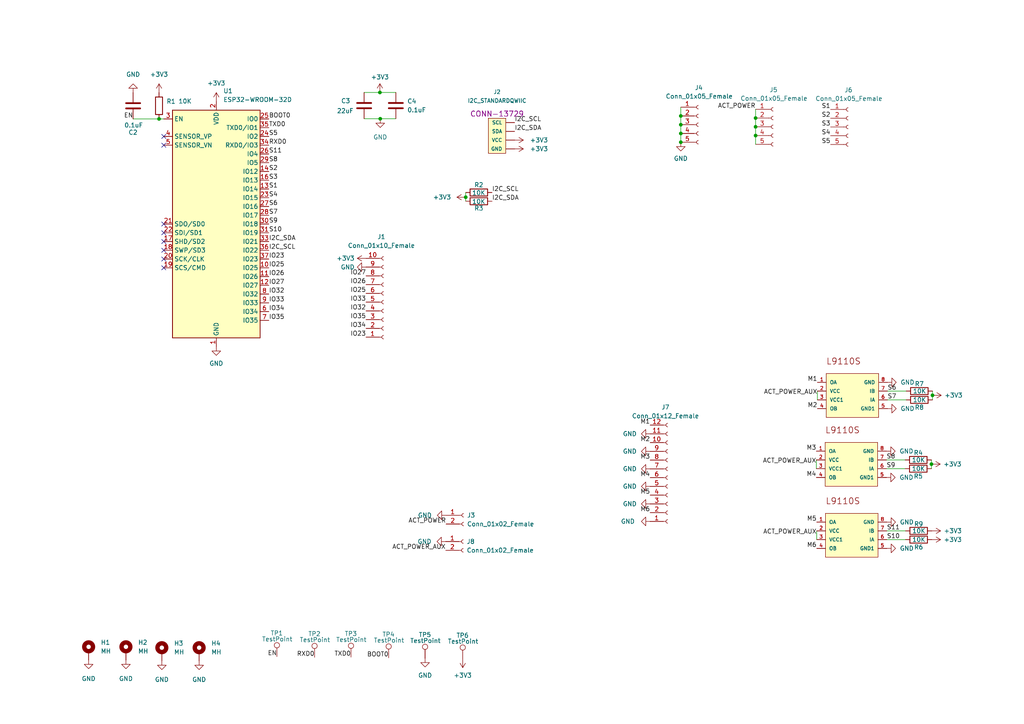
<source format=kicad_sch>
(kicad_sch (version 20211123) (generator eeschema)
  (paper "A4")
  (lib_symbols
    (symbol "Connector:Conn_01x02_Female" (pin_names (offset 1.016) hide)
      (property "Reference" "J" (at 0 2.54 0))
      (property "Value" "Conn_01x02_Female" (at 0 -5.08 0))
      (symbol "Conn_01x02_Female_1_1"
        (arc (start 0 -2.032) (mid -0.508 -2.54) (end 0 -3.048) (stroke (width 0.1524)))
        (polyline (pts (xy -1.27 -2.54) (xy -0.508 -2.54)) (stroke (width 0.1524)))
        (polyline (pts (xy -1.27 0) (xy -0.508 0)) (stroke (width 0.1524)))
        (arc (start 0 0.508) (mid -0.508 0) (end 0 -0.508) (stroke (width 0.1524)))
        (pin passive line (at -5.08 0 0) (length 3.81) (name "Pin_1") (number "1"))
        (pin passive line (at -5.08 -2.54 0) (length 3.81) (name "Pin_2") (number "2"))
      )
    )
    (symbol "Connector:Conn_01x05_Female" (pin_names (offset 1.016) hide)
      (property "Reference" "J" (at 0 7.62 0))
      (property "Value" "Conn_01x05_Female" (at 0 -7.62 0))
      (symbol "Conn_01x05_Female_1_1"
        (arc (start 0 -4.572) (mid -0.508 -5.08) (end 0 -5.588) (stroke (width 0.1524)))
        (arc (start 0 -2.032) (mid -0.508 -2.54) (end 0 -3.048) (stroke (width 0.1524)))
        (polyline (pts (xy -1.27 -5.08) (xy -0.508 -5.08)) (stroke (width 0.1524)))
        (polyline (pts (xy -1.27 -2.54) (xy -0.508 -2.54)) (stroke (width 0.1524)))
        (polyline (pts (xy -1.27 0) (xy -0.508 0)) (stroke (width 0.1524)))
        (polyline (pts (xy -1.27 2.54) (xy -0.508 2.54)) (stroke (width 0.1524)))
        (polyline (pts (xy -1.27 5.08) (xy -0.508 5.08)) (stroke (width 0.1524)))
        (arc (start 0 0.508) (mid -0.508 0) (end 0 -0.508) (stroke (width 0.1524)))
        (arc (start 0 3.048) (mid -0.508 2.54) (end 0 2.032) (stroke (width 0.1524)))
        (arc (start 0 5.588) (mid -0.508 5.08) (end 0 4.572) (stroke (width 0.1524)))
        (pin passive line (at -5.08 5.08 0) (length 3.81) (name "Pin_1") (number "1"))
        (pin passive line (at -5.08 2.54 0) (length 3.81) (name "Pin_2") (number "2"))
        (pin passive line (at -5.08 0 0) (length 3.81) (name "Pin_3") (number "3"))
        (pin passive line (at -5.08 -2.54 0) (length 3.81) (name "Pin_4") (number "4"))
        (pin passive line (at -5.08 -5.08 0) (length 3.81) (name "Pin_5") (number "5"))
      )
    )
    (symbol "Connector:Conn_01x10_Female" (pin_names (offset 1.016) hide)
      (property "Reference" "J" (at 0 12.7 0))
      (property "Value" "Conn_01x10_Female" (at 0 -15.24 0))
      (symbol "Conn_01x10_Female_1_1"
        (arc (start 0 -12.192) (mid -0.508 -12.7) (end 0 -13.208) (stroke (width 0.1524)))
        (arc (start 0 -9.652) (mid -0.508 -10.16) (end 0 -10.668) (stroke (width 0.1524)))
        (arc (start 0 -7.112) (mid -0.508 -7.62) (end 0 -8.128) (stroke (width 0.1524)))
        (arc (start 0 -4.572) (mid -0.508 -5.08) (end 0 -5.588) (stroke (width 0.1524)))
        (arc (start 0 -2.032) (mid -0.508 -2.54) (end 0 -3.048) (stroke (width 0.1524)))
        (polyline (pts (xy -1.27 -12.7) (xy -0.508 -12.7)) (stroke (width 0.1524)))
        (polyline (pts (xy -1.27 -10.16) (xy -0.508 -10.16)) (stroke (width 0.1524)))
        (polyline (pts (xy -1.27 -7.62) (xy -0.508 -7.62)) (stroke (width 0.1524)))
        (polyline (pts (xy -1.27 -5.08) (xy -0.508 -5.08)) (stroke (width 0.1524)))
        (polyline (pts (xy -1.27 -2.54) (xy -0.508 -2.54)) (stroke (width 0.1524)))
        (polyline (pts (xy -1.27 0) (xy -0.508 0)) (stroke (width 0.1524)))
        (polyline (pts (xy -1.27 2.54) (xy -0.508 2.54)) (stroke (width 0.1524)))
        (polyline (pts (xy -1.27 5.08) (xy -0.508 5.08)) (stroke (width 0.1524)))
        (polyline (pts (xy -1.27 7.62) (xy -0.508 7.62)) (stroke (width 0.1524)))
        (polyline (pts (xy -1.27 10.16) (xy -0.508 10.16)) (stroke (width 0.1524)))
        (arc (start 0 0.508) (mid -0.508 0) (end 0 -0.508) (stroke (width 0.1524)))
        (arc (start 0 3.048) (mid -0.508 2.54) (end 0 2.032) (stroke (width 0.1524)))
        (arc (start 0 5.588) (mid -0.508 5.08) (end 0 4.572) (stroke (width 0.1524)))
        (arc (start 0 8.128) (mid -0.508 7.62) (end 0 7.112) (stroke (width 0.1524)))
        (arc (start 0 10.668) (mid -0.508 10.16) (end 0 9.652) (stroke (width 0.1524)))
        (pin passive line (at -5.08 10.16 0) (length 3.81) (name "Pin_1") (number "1"))
        (pin passive line (at -5.08 -12.7 0) (length 3.81) (name "Pin_10") (number "10"))
        (pin passive line (at -5.08 7.62 0) (length 3.81) (name "Pin_2") (number "2"))
        (pin passive line (at -5.08 5.08 0) (length 3.81) (name "Pin_3") (number "3"))
        (pin passive line (at -5.08 2.54 0) (length 3.81) (name "Pin_4") (number "4"))
        (pin passive line (at -5.08 0 0) (length 3.81) (name "Pin_5") (number "5"))
        (pin passive line (at -5.08 -2.54 0) (length 3.81) (name "Pin_6") (number "6"))
        (pin passive line (at -5.08 -5.08 0) (length 3.81) (name "Pin_7") (number "7"))
        (pin passive line (at -5.08 -7.62 0) (length 3.81) (name "Pin_8") (number "8"))
        (pin passive line (at -5.08 -10.16 0) (length 3.81) (name "Pin_9") (number "9"))
      )
    )
    (symbol "Connector:Conn_01x12_Female" (pin_names (offset 1.016) hide)
      (property "Reference" "J" (at 0 15.24 0))
      (property "Value" "Conn_01x12_Female" (at 0 -17.78 0))
      (symbol "Conn_01x12_Female_1_1"
        (arc (start 0 -14.732) (mid -0.508 -15.24) (end 0 -15.748) (stroke (width 0.1524)))
        (arc (start 0 -12.192) (mid -0.508 -12.7) (end 0 -13.208) (stroke (width 0.1524)))
        (arc (start 0 -9.652) (mid -0.508 -10.16) (end 0 -10.668) (stroke (width 0.1524)))
        (arc (start 0 -7.112) (mid -0.508 -7.62) (end 0 -8.128) (stroke (width 0.1524)))
        (arc (start 0 -4.572) (mid -0.508 -5.08) (end 0 -5.588) (stroke (width 0.1524)))
        (arc (start 0 -2.032) (mid -0.508 -2.54) (end 0 -3.048) (stroke (width 0.1524)))
        (polyline (pts (xy -1.27 -15.24) (xy -0.508 -15.24)) (stroke (width 0.1524)))
        (polyline (pts (xy -1.27 -12.7) (xy -0.508 -12.7)) (stroke (width 0.1524)))
        (polyline (pts (xy -1.27 -10.16) (xy -0.508 -10.16)) (stroke (width 0.1524)))
        (polyline (pts (xy -1.27 -7.62) (xy -0.508 -7.62)) (stroke (width 0.1524)))
        (polyline (pts (xy -1.27 -5.08) (xy -0.508 -5.08)) (stroke (width 0.1524)))
        (polyline (pts (xy -1.27 -2.54) (xy -0.508 -2.54)) (stroke (width 0.1524)))
        (polyline (pts (xy -1.27 0) (xy -0.508 0)) (stroke (width 0.1524)))
        (polyline (pts (xy -1.27 2.54) (xy -0.508 2.54)) (stroke (width 0.1524)))
        (polyline (pts (xy -1.27 5.08) (xy -0.508 5.08)) (stroke (width 0.1524)))
        (polyline (pts (xy -1.27 7.62) (xy -0.508 7.62)) (stroke (width 0.1524)))
        (polyline (pts (xy -1.27 10.16) (xy -0.508 10.16)) (stroke (width 0.1524)))
        (polyline (pts (xy -1.27 12.7) (xy -0.508 12.7)) (stroke (width 0.1524)))
        (arc (start 0 0.508) (mid -0.508 0) (end 0 -0.508) (stroke (width 0.1524)))
        (arc (start 0 3.048) (mid -0.508 2.54) (end 0 2.032) (stroke (width 0.1524)))
        (arc (start 0 5.588) (mid -0.508 5.08) (end 0 4.572) (stroke (width 0.1524)))
        (arc (start 0 8.128) (mid -0.508 7.62) (end 0 7.112) (stroke (width 0.1524)))
        (arc (start 0 10.668) (mid -0.508 10.16) (end 0 9.652) (stroke (width 0.1524)))
        (arc (start 0 13.208) (mid -0.508 12.7) (end 0 12.192) (stroke (width 0.1524)))
        (pin passive line (at -5.08 12.7 0) (length 3.81) (name "Pin_1") (number "1"))
        (pin passive line (at -5.08 -10.16 0) (length 3.81) (name "Pin_10") (number "10"))
        (pin passive line (at -5.08 -12.7 0) (length 3.81) (name "Pin_11") (number "11"))
        (pin passive line (at -5.08 -15.24 0) (length 3.81) (name "Pin_12") (number "12"))
        (pin passive line (at -5.08 10.16 0) (length 3.81) (name "Pin_2") (number "2"))
        (pin passive line (at -5.08 7.62 0) (length 3.81) (name "Pin_3") (number "3"))
        (pin passive line (at -5.08 5.08 0) (length 3.81) (name "Pin_4") (number "4"))
        (pin passive line (at -5.08 2.54 0) (length 3.81) (name "Pin_5") (number "5"))
        (pin passive line (at -5.08 0 0) (length 3.81) (name "Pin_6") (number "6"))
        (pin passive line (at -5.08 -2.54 0) (length 3.81) (name "Pin_7") (number "7"))
        (pin passive line (at -5.08 -5.08 0) (length 3.81) (name "Pin_8") (number "8"))
        (pin passive line (at -5.08 -7.62 0) (length 3.81) (name "Pin_9") (number "9"))
      )
    )
    (symbol "Connector:TestPoint" (pin_numbers hide) (pin_names (offset 0.762) hide)
      (property "Reference" "TP" (at 0 6.858 0))
      (property "Value" "TestPoint" (at 0 5.08 0))
      (symbol "TestPoint_0_1"
        (circle (center 0 3.302) (radius 0.762))
      )
      (symbol "TestPoint_1_1"
        (pin passive line (at 0 0 90) (length 2.54) (name "1") (number "1"))
      )
    )
    (symbol "Device:C" (pin_numbers hide) (pin_names (offset 0.254))
      (property "Reference" "C" (at 0.635 2.54 0))
      (property "Value" "C" (at 0.635 -2.54 0))
      (symbol "C_0_1"
        (polyline (pts (xy -2.032 -0.762) (xy 2.032 -0.762)) (stroke (width 0.508)))
        (polyline (pts (xy -2.032 0.762) (xy 2.032 0.762)) (stroke (width 0.508)))
      )
      (symbol "C_1_1"
        (pin passive line (at 0 3.81 270) (length 2.794) (name "~") (number "1"))
        (pin passive line (at 0 -3.81 90) (length 2.794) (name "~") (number "2"))
      )
    )
    (symbol "Device:R" (pin_numbers hide) (pin_names (offset 0))
      (property "Reference" "R" (at 2.032 0 90))
      (property "Value" "R" (at 0 0 90))
      (symbol "R_0_1"
        (rectangle (start -1.016 -2.54) (end 1.016 2.54) (stroke (width 0.254)))
      )
      (symbol "R_1_1"
        (pin passive line (at 0 3.81 270) (length 1.27) (name "~") (number "1"))
        (pin passive line (at 0 -3.81 90) (length 1.27) (name "~") (number "2"))
      )
    )
    (symbol "L9110S:L9110S" (pin_names (offset 1.016))
      (symbol "L9110S_0_0"
        (rectangle (start -7.62 -5.08) (end 7.62 7.62) (stroke (width 0.1524)) (fill (type background)))
        (text "L9110S" (at -7.62 10.16 0) (effects (font (size 1.778 1.778)) (justify left bottom)))
        (pin output line (at -10.16 5.08 0) (length 2.54) (name "OA") (number "1"))
        (pin power_in line (at -10.16 2.54 0) (length 2.54) (name "VCC") (number "2"))
        (pin power_in line (at -10.16 0 0) (length 2.54) (name "VCC1") (number "3"))
        (pin output line (at -10.16 -2.54 0) (length 2.54) (name "OB") (number "4"))
        (pin power_in line (at 10.16 -2.54 180) (length 2.54) (name "GND1") (number "5"))
        (pin input line (at 10.16 0 180) (length 2.54) (name "IA") (number "6"))
        (pin input line (at 10.16 2.54 180) (length 2.54) (name "IB") (number "7"))
        (pin power_in line (at 10.16 5.08 180) (length 2.54) (name "GND") (number "8"))
      )
    )
    (symbol "Mechanical:MountingHole_Pad" (pin_numbers hide) (pin_names (offset 1.016) hide)
      (property "Reference" "H" (at 0 6.35 0))
      (property "Value" "MountingHole_Pad" (at 0 4.445 0))
      (symbol "MountingHole_Pad_0_1"
        (circle (center 0 1.27) (radius 1.27) (stroke (width 1.27)))
      )
      (symbol "MountingHole_Pad_1_1"
        (pin input line (at 0 -2.54 90) (length 2.54) (name "1") (number "1"))
      )
    )
    (symbol "RF_Module:ESP32-WROOM-32D"
      (property "Reference" "U" (at -12.7 34.29 0))
      (property "Value" "ESP32-WROOM-32D" (at 1.27 34.29 0))
      (symbol "ESP32-WROOM-32D_0_1"
        (rectangle (start -12.7 33.02) (end 12.7 -33.02) (stroke (width 0.254)) (fill (type background)))
      )
      (symbol "ESP32-WROOM-32D_1_1"
        (pin power_in line (at 0 -35.56 90) (length 2.54) (name "GND") (number "1"))
        (pin bidirectional line (at 15.24 -12.7 180) (length 2.54) (name "IO25") (number "10"))
        (pin bidirectional line (at 15.24 -15.24 180) (length 2.54) (name "IO26") (number "11"))
        (pin bidirectional line (at 15.24 -17.78 180) (length 2.54) (name "IO27") (number "12"))
        (pin bidirectional line (at 15.24 10.16 180) (length 2.54) (name "IO14") (number "13"))
        (pin bidirectional line (at 15.24 15.24 180) (length 2.54) (name "IO12") (number "14"))
        (pin passive line (at 0 -35.56 90) (length 2.54) hide (name "GND") (number "15"))
        (pin bidirectional line (at 15.24 12.7 180) (length 2.54) (name "IO13") (number "16"))
        (pin bidirectional line (at -15.24 -5.08 0) (length 2.54) (name "SHD/SD2") (number "17"))
        (pin bidirectional line (at -15.24 -7.62 0) (length 2.54) (name "SWP/SD3") (number "18"))
        (pin bidirectional line (at -15.24 -12.7 0) (length 2.54) (name "SCS/CMD") (number "19"))
        (pin power_in line (at 0 35.56 270) (length 2.54) (name "VDD") (number "2"))
        (pin bidirectional line (at -15.24 -10.16 0) (length 2.54) (name "SCK/CLK") (number "20"))
        (pin bidirectional line (at -15.24 0 0) (length 2.54) (name "SDO/SD0") (number "21"))
        (pin bidirectional line (at -15.24 -2.54 0) (length 2.54) (name "SDI/SD1") (number "22"))
        (pin bidirectional line (at 15.24 7.62 180) (length 2.54) (name "IO15") (number "23"))
        (pin bidirectional line (at 15.24 25.4 180) (length 2.54) (name "IO2") (number "24"))
        (pin bidirectional line (at 15.24 30.48 180) (length 2.54) (name "IO0") (number "25"))
        (pin bidirectional line (at 15.24 20.32 180) (length 2.54) (name "IO4") (number "26"))
        (pin bidirectional line (at 15.24 5.08 180) (length 2.54) (name "IO16") (number "27"))
        (pin bidirectional line (at 15.24 2.54 180) (length 2.54) (name "IO17") (number "28"))
        (pin bidirectional line (at 15.24 17.78 180) (length 2.54) (name "IO5") (number "29"))
        (pin input line (at -15.24 30.48 0) (length 2.54) (name "EN") (number "3"))
        (pin bidirectional line (at 15.24 0 180) (length 2.54) (name "IO18") (number "30"))
        (pin bidirectional line (at 15.24 -2.54 180) (length 2.54) (name "IO19") (number "31"))
        (pin no_connect line (at -12.7 -27.94 0) (length 2.54) hide (name "NC") (number "32"))
        (pin bidirectional line (at 15.24 -5.08 180) (length 2.54) (name "IO21") (number "33"))
        (pin bidirectional line (at 15.24 22.86 180) (length 2.54) (name "RXD0/IO3") (number "34"))
        (pin bidirectional line (at 15.24 27.94 180) (length 2.54) (name "TXD0/IO1") (number "35"))
        (pin bidirectional line (at 15.24 -7.62 180) (length 2.54) (name "IO22") (number "36"))
        (pin bidirectional line (at 15.24 -10.16 180) (length 2.54) (name "IO23") (number "37"))
        (pin passive line (at 0 -35.56 90) (length 2.54) hide (name "GND") (number "38"))
        (pin passive line (at 0 -35.56 90) (length 2.54) hide (name "GND") (number "39"))
        (pin input line (at -15.24 25.4 0) (length 2.54) (name "SENSOR_VP") (number "4"))
        (pin input line (at -15.24 22.86 0) (length 2.54) (name "SENSOR_VN") (number "5"))
        (pin input line (at 15.24 -25.4 180) (length 2.54) (name "IO34") (number "6"))
        (pin input line (at 15.24 -27.94 180) (length 2.54) (name "IO35") (number "7"))
        (pin bidirectional line (at 15.24 -20.32 180) (length 2.54) (name "IO32") (number "8"))
        (pin bidirectional line (at 15.24 -22.86 180) (length 2.54) (name "IO33") (number "9"))
      )
    )
    (symbol "SparkFun-Connectors:I2C_STANDARDQWIIC" (pin_numbers hide) (pin_names (offset 1.016))
      (property "Reference" "J" (at -5.08 10.16 0))
      (property "Value" "I2C_STANDARDQWIIC" (at -5.08 -3.81 0))
      (property "Field4" "CONN-13729" (at 0 13.97 0))
      (symbol "I2C_STANDARDQWIIC_1_0"
        (rectangle (start 0 -1.27) (end -5.08 8.89) (fill (type background)))
      )
      (symbol "I2C_STANDARDQWIIC_1_1"
        (pin power_in line (at 2.54 0 180) (length 2.54) (name "GND") (number "1"))
        (pin power_in line (at 2.54 2.54 180) (length 2.54) (name "VCC") (number "2"))
        (pin passive line (at 2.54 5.08 180) (length 2.54) (name "SDA") (number "3"))
        (pin passive line (at 2.54 7.62 180) (length 2.54) (name "SCL") (number "4"))
      )
    )
    (symbol "power:+3.3V" (power) (pin_names (offset 0))
      (property "Value" "+3.3V" (at 0 3.556 0))
      (symbol "+3.3V_0_1"
        (polyline (pts (xy -0.762 1.27) (xy 0 2.54)))
        (polyline (pts (xy 0 0) (xy 0 2.54)))
        (polyline (pts (xy 0 2.54) (xy 0.762 1.27)))
      )
      (symbol "+3.3V_1_1"
        (pin power_in line (at 0 0 90) (length 0) hide (name "+3V3") (number "1"))
      )
    )
    (symbol "power:GND" (power) (pin_names (offset 0))
      (property "Value" "GND" (at 0 -3.81 0))
      (symbol "GND_0_1"
        (polyline (pts (xy 0 0) (xy 0 -1.27) (xy 1.27 -1.27) (xy 0 -2.54) (xy -1.27 -1.27) (xy 0 -1.27)))
      )
      (symbol "GND_1_1"
        (pin power_in line (at 0 0 270) (length 0) hide (name "GND") (number "1"))
      )
    )
  )
  (junction (at 46.1264 34.4932))
  (junction (at 270.4592 114.6556))
  (junction (at 219.1512 39.3192))
  (junction (at 110.2868 34.4424))
  (junction (at 197.4596 36.1696))
  (junction (at 270.1544 134.62))
  (junction (at 219.1512 36.7792))
  (junction (at 197.4596 41.2496))
  (junction (at 219.1512 34.2392))
  (junction (at 197.4596 38.7096))
  (junction (at 135.0772 57.2008))
  (junction (at 110.1852 26.8224))
  (junction (at 197.4596 33.6296))
  (no_connect (at 47.498 64.9732))
  (no_connect (at 47.498 67.5132))
  (no_connect (at 47.498 70.0532))
  (no_connect (at 47.498 72.5932))
  (no_connect (at 47.498 75.1332))
  (no_connect (at 47.498 77.6732))
  (no_connect (at 47.498 39.5732))
  (no_connect (at 47.498 42.1132))
  (wire (pts (xy 197.4596 38.7096) (xy 197.4596 41.2496)))
  (wire (pts (xy 257.2004 153.9748) (xy 262.636 153.9748)))
  (wire (pts (xy 110.2868 34.4424) (xy 114.808 34.4424)))
  (wire (pts (xy 219.1512 31.6992) (xy 219.1512 34.2392)))
  (wire (pts (xy 110.1852 26.8224) (xy 114.808 26.8224)))
  (wire (pts (xy 257.0988 135.9408) (xy 262.5344 135.9408)))
  (wire (pts (xy 105.6132 34.4424) (xy 110.2868 34.4424)))
  (wire (pts (xy 270.1544 134.62) (xy 270.1544 135.9408)))
  (wire (pts (xy 135.0772 57.2008) (xy 135.0772 58.3692)))
  (wire (pts (xy 257.4036 113.4364) (xy 262.8392 113.4364)))
  (wire (pts (xy 236.7788 133.4008) (xy 236.7788 135.9408)))
  (wire (pts (xy 46.1264 34.4932) (xy 47.498 34.4932)))
  (wire (pts (xy 105.6132 26.8224) (xy 110.1852 26.8224)))
  (wire (pts (xy 219.1512 39.3192) (xy 219.1512 41.8592)))
  (wire (pts (xy 197.4596 33.6296) (xy 197.4596 36.1696)))
  (wire (pts (xy 270.4592 113.4364) (xy 270.4592 114.6556)))
  (wire (pts (xy 197.4596 31.0896) (xy 197.4596 33.6296)))
  (wire (pts (xy 257.4036 115.9764) (xy 262.8392 115.9764)))
  (wire (pts (xy 270.1544 133.4008) (xy 270.1544 134.62)))
  (wire (pts (xy 38.608 34.4932) (xy 46.1264 34.4932)))
  (wire (pts (xy 219.1512 36.7792) (xy 219.1512 39.3192)))
  (wire (pts (xy 236.8804 153.9748) (xy 236.8804 156.5148)))
  (wire (pts (xy 270.4592 114.6556) (xy 270.4592 115.9764)))
  (wire (pts (xy 237.0836 113.4364) (xy 237.0836 115.9764)))
  (wire (pts (xy 219.1512 34.2392) (xy 219.1512 36.7792)))
  (wire (pts (xy 257.0988 133.4008) (xy 262.5344 133.4008)))
  (wire (pts (xy 197.4596 36.1696) (xy 197.4596 38.7096)))
  (wire (pts (xy 257.2004 156.5148) (xy 262.636 156.5148)))
  (wire (pts (xy 135.0772 55.8292) (xy 135.0772 57.2008)))
  (label "IO34" (at 106.172 95.25 180))
  (label "IO32" (at 106.172 90.17 180))
  (label "ACT_POWER_AUX" (at 129.286 159.6136 180))
  (label "TXD0" (at 101.8032 190.6016 180))
  (label "IO26" (at 106.172 82.55 180))
  (label "S7" (at 257.4036 115.9764 0))
  (label "BOOT0" (at 77.978 34.4932 0))
  (label "IO23" (at 106.172 97.79 180))
  (label "BOOT0" (at 112.7252 190.8048 180))
  (label "IO32" (at 77.978 85.2932 0))
  (label "TXD0" (at 77.978 37.0332 0))
  (label "ACT_POWER_AUX" (at 236.8804 155.194 180))
  (label "S4" (at 240.8936 39.37 180))
  (label "IO23" (at 77.978 75.1332 0))
  (label "S2" (at 77.978 49.7332 0))
  (label "M2" (at 237.0836 118.5164 180))
  (label "S10" (at 257.2004 156.5148 0))
  (label "I2C_SDA" (at 142.6972 58.3692 0))
  (label "M4" (at 236.7788 138.4808 180))
  (label "EN" (at 38.608 34.4932 180))
  (label "S3" (at 77.978 52.2732 0))
  (label "RXD0" (at 91.2368 190.6524 180))
  (label "I2C_SDA" (at 77.978 70.0532 0))
  (label "I2C_SDA" (at 149.2504 38.1 0))
  (label "S6" (at 257.4036 113.4364 0))
  (label "IO25" (at 77.978 77.6732 0))
  (label "I2C_SCL" (at 77.978 72.5932 0))
  (label "M5" (at 188.5696 143.6116 180))
  (label "S7" (at 77.978 62.4332 0))
  (label "I2C_SCL" (at 142.6972 55.8292 0))
  (label "IO25" (at 106.172 85.09 180))
  (label "M4" (at 188.5696 138.5316 180))
  (label "M1" (at 188.5696 123.2916 180))
  (label "S9" (at 257.0988 135.9408 0))
  (label "M6" (at 236.8804 159.0548 180))
  (label "M1" (at 237.0836 110.8964 180))
  (label "S1" (at 240.8936 31.75 180))
  (label "M3" (at 188.5696 133.4516 180))
  (label "S3" (at 240.8936 36.83 180))
  (label "S11" (at 257.2004 153.9748 0))
  (label "IO35" (at 77.978 92.9132 0))
  (label "S9" (at 77.978 64.9732 0))
  (label "S6" (at 77.978 59.8932 0))
  (label "M5" (at 236.8804 151.4348 180))
  (label "S10" (at 77.978 67.5132 0))
  (label "EN" (at 80.3148 190.4492 180))
  (label "IO27" (at 77.978 82.7532 0))
  (label "S1" (at 77.978 54.8132 0))
  (label "IO35" (at 106.172 92.71 180))
  (label "S8" (at 77.978 47.1932 0))
  (label "ACT_POWER" (at 219.1512 31.6992 180))
  (label "RXD0" (at 77.978 42.1132 0))
  (label "S8" (at 257.0988 133.4008 0))
  (label "M6" (at 188.5696 148.6916 180))
  (label "IO34" (at 77.978 90.3732 0))
  (label "S11" (at 77.978 44.6532 0))
  (label "IO27" (at 106.172 80.01 180))
  (label "M2" (at 188.5696 128.3716 180))
  (label "S2" (at 240.8936 34.29 180))
  (label "S4" (at 77.978 57.3532 0))
  (label "IO33" (at 77.978 87.8332 0))
  (label "ACT_POWER" (at 129.3876 151.9936 180))
  (label "IO33" (at 106.172 87.63 180))
  (label "S5" (at 77.978 39.5732 0))
  (label "I2C_SCL" (at 149.2504 35.56 0))
  (label "ACT_POWER_AUX" (at 236.7788 134.62 180))
  (label "IO26" (at 77.978 80.2132 0))
  (label "ACT_POWER_AUX" (at 237.0836 114.6556 180))
  (label "S5" (at 240.8936 41.91 180))
  (label "M3" (at 236.7788 130.8608 180))
  (symbol (lib_id "power:GND") (at 188.5696 130.9116 270) (unit 1)
    (property "Reference" "#PWR0131" (effects hide))
    (property "Value" "GND" (at 184.7088 130.9115 90) (effects (justify right)))
  )
  (symbol (lib_id "power:GND") (at 123.2916 190.9064 0) (unit 1)
    (property "Reference" "#PWR0114" (effects hide))
    (property "Value" "GND" (at 123.2916 195.8848 0))
  )
  (symbol (lib_id "power:GND") (at 57.7596 191.6684 0) (unit 1)
    (property "Reference" "#PWR0113" (effects hide))
    (property "Value" "GND" (at 57.7596 197.104 0))
  )
  (symbol (lib_id "Device:R") (at 266.6492 115.9764 90) (unit 1)
    (property "Reference" "R8" (at 266.6492 118.1608 90))
    (property "Value" "10K" (at 266.7 115.9764 90))
    (property "Footprint" "Resistor_SMD:R_0402_1005Metric" (effects hide))
    (property "LCSC" "C325396" (effects hide))
  )
  (symbol (lib_id "power:GND") (at 257.4036 110.8964 90) (unit 1)
    (property "Reference" "#PWR0126" (effects hide))
    (property "Value" "GND" (at 261.1628 110.8963 90) (effects (justify right)))
  )
  (symbol (lib_id "Device:C") (at 114.808 30.6324 0) (unit 1)
    (property "Reference" "C4" (at 118.11 29.3623 0) (effects (justify left)))
    (property "Value" "0.1uF" (at 118.11 31.9023 0) (effects (justify left)))
    (property "Footprint" "Capacitor_SMD:C_0402_1005Metric" (effects hide))
    (property "LCSC" "C178771" (effects hide))
  )
  (symbol (lib_id "power:GND") (at 38.608 26.8732 180) (unit 1)
    (property "Reference" "#PWR0108" (effects hide))
    (property "Value" "GND" (at 38.608 21.59 0))
  )
  (symbol (lib_id "Connector:Conn_01x12_Female") (at 193.6496 138.5316 0) (mirror x) (unit 1)
    (property "Reference" "J7" (at 193.0146 118.11 0))
    (property "Value" "Conn_01x12_Female" (at 193.0146 120.65 0))
    (property "Footprint" "Connector_Hirose:Hirose_DF13-12P-1.25DSA_1x12_P1.25mm_Vertical" (effects hide))
  )
  (symbol (lib_id "power:+3.3V") (at 46.1264 26.8732 0) (unit 1)
    (property "Reference" "#PWR0107" (effects hide))
    (property "Value" "+3.3V" (at 46.1264 21.59 0))
  )
  (symbol (lib_id "power:GND") (at 129.286 157.0736 270) (unit 1)
    (property "Reference" "#PWR0118" (effects hide))
    (property "Value" "GND" (at 125.1712 157.0735 90) (effects (justify right)))
  )
  (symbol (lib_id "Connector:Conn_01x10_Female") (at 111.252 87.63 0) (mirror x) (unit 1)
    (property "Reference" "J1" (at 110.617 68.6816 0))
    (property "Value" "Conn_01x10_Female" (at 110.617 71.2216 0))
    (property "Footprint" "Connector_Hirose:Hirose_DF13-10P-1.25DSA_1x10_P1.25mm_Vertical" (effects hide))
  )
  (symbol (lib_id "power:+3.3V") (at 149.2504 40.64 270) (unit 1)
    (property "Reference" "#PWR0104" (effects hide))
    (property "Value" "+3.3V" (at 153.67 40.6399 90) (effects (justify left)))
  )
  (symbol (lib_id "power:+3.3V") (at 62.738 29.4132 0) (unit 1)
    (property "Reference" "#PWR0101" (effects hide))
    (property "Value" "+3.3V" (at 62.738 24.13 0))
  )
  (symbol (lib_id "power:GND") (at 197.4596 41.2496 0) (unit 1)
    (property "Reference" "#PWR0117" (effects hide))
    (property "Value" "GND" (at 197.4596 45.974 0))
  )
  (symbol (lib_id "power:+3.3V") (at 270.256 156.5148 270) (unit 1)
    (property "Reference" "#PWR0123" (effects hide))
    (property "Value" "+3.3V" (at 273.7104 156.5147 90) (effects (justify left)))
  )
  (symbol (lib_id "Connector:TestPoint") (at 80.3148 190.4492 0) (unit 1)
    (property "Reference" "TP1" (at 78.4352 183.642 0) (effects (justify left)))
    (property "Value" "TestPoint" (at 75.946 185.3692 0) (effects (justify left)))
    (property "Footprint" "TestPoint:TestPoint_Pad_1.5x1.5mm" (effects hide))
  )
  (symbol (lib_id "Connector:TestPoint") (at 123.2916 190.9064 0) (unit 1)
    (property "Reference" "TP5" (at 121.412 184.0992 0) (effects (justify left)))
    (property "Value" "TestPoint" (at 118.9228 185.8264 0) (effects (justify left)))
    (property "Footprint" "TestPoint:TestPoint_Pad_1.5x1.5mm" (effects hide))
  )
  (symbol (lib_id "power:GND") (at 36.5252 191.4144 0) (unit 1)
    (property "Reference" "#PWR0111" (effects hide))
    (property "Value" "GND" (at 36.5252 196.85 0))
  )
  (symbol (lib_id "power:+3.3V") (at 135.0772 57.2008 90) (unit 1)
    (property "Reference" "#PWR0106" (effects hide))
    (property "Value" "+3.3V" (at 130.8608 57.2007 90) (effects (justify left)))
  )
  (symbol (lib_id "Device:R") (at 266.6492 113.4364 90) (unit 1)
    (property "Reference" "R7" (at 266.6492 111.3536 90))
    (property "Value" "10K" (at 266.7 113.4364 90))
    (property "Footprint" "Resistor_SMD:R_0402_1005Metric" (effects hide))
    (property "LCSC" "C325396" (effects hide))
  )
  (symbol (lib_id "power:GND") (at 257.2004 159.0548 90) (unit 1)
    (property "Reference" "#PWR0122" (effects hide))
    (property "Value" "GND" (at 260.9596 159.0547 90) (effects (justify right)))
  )
  (symbol (lib_id "power:GND") (at 188.5696 151.2316 270) (unit 1)
    (property "Reference" "#PWR0133" (effects hide))
    (property "Value" "GND" (at 184.15 151.2315 90) (effects (justify right)))
  )
  (symbol (lib_id "RF_Module:ESP32-WROOM-32D") (at 62.738 64.9732 0) (unit 1)
    (property "Reference" "U1" (at 64.7574 26.3652 0) (effects (justify left)))
    (property "Value" "ESP32-WROOM-32D" (at 64.7574 28.9052 0) (effects (justify left)))
    (property "Footprint" "RF_Module:ESP32-WROOM-32" (effects hide))
    (property "Datasheet" "https://www.espressif.com/sites/default/files/documentation/esp32-wroom-32d_esp32-wroom-32u_datasheet_en.pdf" (effects hide))
    (property "LCSC" "C473012" (effects hide))
  )
  (symbol (lib_id "Device:R") (at 266.446 156.5148 90) (unit 1)
    (property "Reference" "R6" (at 266.446 158.6992 90))
    (property "Value" "10K" (at 266.4968 156.5148 90))
    (property "Footprint" "Resistor_SMD:R_0402_1005Metric" (effects hide))
    (property "LCSC" "C325396" (effects hide))
  )
  (symbol (lib_id "Connector:Conn_01x05_Female") (at 224.2312 36.7792 0) (unit 1)
    (property "Reference" "J5" (at 223.1644 26.0604 0) (effects (justify left)))
    (property "Value" "Conn_01x05_Female" (at 214.7316 28.5496 0) (effects (justify left)))
    (property "Footprint" "Connector_PinHeader_2.54mm:PinHeader_1x05_P2.54mm_Vertical" (effects hide))
  )
  (symbol (lib_id "power:GND") (at 25.7048 191.4144 0) (unit 1)
    (property "Reference" "#PWR0110" (effects hide))
    (property "Value" "GND" (at 25.7048 196.85 0))
  )
  (symbol (lib_id "power:+3.3V") (at 149.2504 43.18 270) (unit 1)
    (property "Reference" "#PWR0105" (effects hide))
    (property "Value" "+3.3V" (at 153.67 43.1799 90) (effects (justify left)))
  )
  (symbol (lib_id "Connector:TestPoint") (at 101.8032 190.6016 0) (unit 1)
    (property "Reference" "TP3" (at 99.9236 183.7944 0) (effects (justify left)))
    (property "Value" "TestPoint" (at 97.4344 185.5216 0) (effects (justify left)))
    (property "Footprint" "TestPoint:TestPoint_Pad_1.5x1.5mm" (effects hide))
  )
  (symbol (lib_id "Device:R") (at 266.3444 133.4008 90) (unit 1)
    (property "Reference" "R4" (at 266.3444 131.318 90))
    (property "Value" "10K" (at 266.3952 133.4008 90))
    (property "Footprint" "Resistor_SMD:R_0402_1005Metric" (effects hide))
    (property "LCSC" "C325396" (effects hide))
  )
  (symbol (lib_id "Mechanical:MountingHole_Pad") (at 25.7048 188.8744 0) (unit 1)
    (property "Reference" "H1" (at 29.21 186.3343 0) (effects (justify left)))
    (property "Value" "MH" (at 29.21 188.8743 0) (effects (justify left)))
    (property "Footprint" "MountingHole:MountingHole_2.2mm_M2_Pad" (effects hide))
  )
  (symbol (lib_id "Connector:Conn_01x02_Female") (at 134.366 157.0736 0) (unit 1)
    (property "Reference" "J8" (at 135.3312 157.0735 0) (effects (justify left)))
    (property "Value" "Conn_01x02_Female" (at 135.3312 159.6135 0) (effects (justify left)))
    (property "Footprint" "Connector_PinSocket_2.54mm:PinSocket_1x02_P2.54mm_Vertical" (effects hide))
  )
  (symbol (lib_id "L9110S:L9110S") (at 247.0404 156.5148 0) (unit 1)
    (property "Reference" "IC2" (effects hide))
    (property "Value" "L9110S" (effects hide))
    (property "Footprint" "footprint:SOIC127P600X150-8" (effects hide))
    (property "LCSC" "C2984833" (effects hide))
  )
  (symbol (lib_id "power:GND") (at 46.9392 191.6684 0) (unit 1)
    (property "Reference" "#PWR0112" (effects hide))
    (property "Value" "GND" (at 46.9392 197.104 0))
  )
  (symbol (lib_id "Device:R") (at 138.8872 55.8292 90) (unit 1)
    (property "Reference" "R2" (at 138.8872 53.6448 90))
    (property "Value" "10K" (at 138.8364 55.9308 90))
    (property "Footprint" "Resistor_SMD:R_0402_1005Metric" (effects hide))
    (property "LCSC" "C325396" (effects hide))
  )
  (symbol (lib_id "Connector:TestPoint") (at 112.7252 190.8048 0) (unit 1)
    (property "Reference" "TP4" (at 110.8456 183.9976 0) (effects (justify left)))
    (property "Value" "TestPoint" (at 108.3564 185.7248 0) (effects (justify left)))
    (property "Footprint" "TestPoint:TestPoint_Pad_1.5x1.5mm" (effects hide))
  )
  (symbol (lib_id "Connector:Conn_01x05_Female") (at 245.9736 36.83 0) (unit 1)
    (property "Reference" "J6" (at 244.9068 26.1112 0) (effects (justify left)))
    (property "Value" "Conn_01x05_Female" (at 236.474 28.6004 0) (effects (justify left)))
    (property "Footprint" "Connector_PinHeader_2.54mm:PinHeader_1x05_P2.54mm_Vertical" (effects hide))
  )
  (symbol (lib_id "L9110S:L9110S") (at 247.2436 115.9764 0) (unit 1)
    (property "Reference" "IC3" (effects hide))
    (property "Value" "L9110S" (effects hide))
    (property "Footprint" "footprint:SOIC127P600X150-8" (effects hide))
    (property "LCSC" "C2984833" (effects hide))
  )
  (symbol (lib_id "Connector:Conn_01x02_Female") (at 134.4676 149.4536 0) (unit 1)
    (property "Reference" "J3" (at 135.4328 149.4535 0) (effects (justify left)))
    (property "Value" "Conn_01x02_Female" (at 135.4328 151.9935 0) (effects (justify left)))
    (property "Footprint" "Connector_PinSocket_2.54mm:PinSocket_1x02_P2.54mm_Vertical" (effects hide))
  )
  (symbol (lib_id "Connector:Conn_01x05_Female") (at 202.5396 36.1696 0) (unit 1)
    (property "Reference" "J4" (at 201.4728 25.4508 0) (effects (justify left)))
    (property "Value" "Conn_01x05_Female" (at 193.04 27.94 0) (effects (justify left)))
    (property "Footprint" "Connector_PinHeader_2.54mm:PinHeader_1x05_P2.54mm_Vertical" (effects hide))
  )
  (symbol (lib_id "power:GND") (at 188.5696 125.8316 270) (unit 1)
    (property "Reference" "#PWR0132" (effects hide))
    (property "Value" "GND" (at 184.7088 125.8315 90) (effects (justify right)))
  )
  (symbol (lib_id "Device:C") (at 105.6132 30.6324 0) (unit 1)
    (property "Reference" "C3" (at 98.9076 29.2608 0) (effects (justify left)))
    (property "Value" "22uF" (at 97.6884 32.1564 0) (effects (justify left)))
    (property "Footprint" "Capacitor_SMD:C_0402_1005Metric" (effects hide))
    (property "LCSC" "C2836678" (effects hide))
  )
  (symbol (lib_id "power:GND") (at 188.5696 135.9916 270) (unit 1)
    (property "Reference" "#PWR0128" (effects hide))
    (property "Value" "GND" (at 184.7088 135.9915 90) (effects (justify right)))
  )
  (symbol (lib_id "power:GND") (at 188.5696 146.1516 270) (unit 1)
    (property "Reference" "#PWR0130" (effects hide))
    (property "Value" "GND" (at 184.7088 146.1515 90) (effects (justify right)))
  )
  (symbol (lib_id "Device:C") (at 38.608 30.6832 0) (unit 1)
    (property "Reference" "C2" (at 37.2364 38.4048 0) (effects (justify left)))
    (property "Value" "0.1uF" (at 36.0172 36.322 0) (effects (justify left)))
    (property "Footprint" "Capacitor_SMD:C_0402_1005Metric" (effects hide))
    (property "LCSC" "C178771" (effects hide))
  )
  (symbol (lib_id "power:GND") (at 257.0988 130.8608 90) (unit 1)
    (property "Reference" "#PWR0121" (effects hide))
    (property "Value" "GND" (at 260.858 130.8607 90) (effects (justify right)))
  )
  (symbol (lib_id "power:+3.3V") (at 270.4592 114.6556 270) (unit 1)
    (property "Reference" "#PWR0125" (effects hide))
    (property "Value" "+3.3V" (at 273.9136 114.6555 90) (effects (justify left)))
  )
  (symbol (lib_id "power:GND") (at 257.0988 138.4808 90) (unit 1)
    (property "Reference" "#PWR0120" (effects hide))
    (property "Value" "GND" (at 260.858 138.4807 90) (effects (justify right)))
  )
  (symbol (lib_id "power:+3.3V") (at 270.256 153.9748 270) (unit 1)
    (property "Reference" "#PWR0134" (effects hide))
    (property "Value" "+3.3V" (at 273.7104 153.9747 90) (effects (justify left)))
  )
  (symbol (lib_id "Device:R") (at 266.446 153.9748 90) (unit 1)
    (property "Reference" "R9" (at 266.446 151.9936 90))
    (property "Value" "10K" (at 266.4968 153.9748 90))
    (property "Footprint" "Resistor_SMD:R_0402_1005Metric" (effects hide))
    (property "LCSC" "C325396" (effects hide))
  )
  (symbol (lib_id "Mechanical:MountingHole_Pad") (at 46.9392 189.1284 0) (unit 1)
    (property "Reference" "H3" (at 50.4444 186.5883 0) (effects (justify left)))
    (property "Value" "MH" (at 50.4444 189.1283 0) (effects (justify left)))
    (property "Footprint" "MountingHole:MountingHole_2.2mm_M2_Pad" (effects hide))
  )
  (symbol (lib_id "Connector:TestPoint") (at 91.2368 190.6524 0) (unit 1)
    (property "Reference" "TP2" (at 89.3572 183.8452 0) (effects (justify left)))
    (property "Value" "TestPoint" (at 86.868 185.5724 0) (effects (justify left)))
    (property "Footprint" "TestPoint:TestPoint_Pad_1.5x1.5mm" (effects hide))
  )
  (symbol (lib_id "power:GND") (at 106.172 77.47 270) (unit 1)
    (property "Reference" "#PWR0135" (effects hide))
    (property "Value" "GND" (at 102.87 77.4699 90) (effects (justify right)))
  )
  (symbol (lib_id "Mechanical:MountingHole_Pad") (at 57.7596 189.1284 0) (unit 1)
    (property "Reference" "H4" (at 61.2648 186.5883 0) (effects (justify left)))
    (property "Value" "MH" (at 61.2648 189.1283 0) (effects (justify left)))
    (property "Footprint" "MountingHole:MountingHole_2.2mm_M2_Pad" (effects hide))
  )
  (symbol (lib_id "power:GND") (at 62.738 100.5332 0) (unit 1)
    (property "Reference" "#PWR0109" (effects hide))
    (property "Value" "GND" (at 62.738 105.41 0))
  )
  (symbol (lib_id "power:+3.3V") (at 106.172 74.93 90) (unit 1)
    (property "Reference" "#PWR0136" (effects hide))
    (property "Value" "+3.3V" (at 102.87 74.9299 90) (effects (justify left)))
  )
  (symbol (lib_id "power:GND") (at 129.3876 149.4536 270) (unit 1)
    (property "Reference" "#PWR0116" (effects hide))
    (property "Value" "GND" (at 125.2728 149.4535 90) (effects (justify right)))
  )
  (symbol (lib_id "power:GND") (at 257.4036 118.5164 90) (unit 1)
    (property "Reference" "#PWR0127" (effects hide))
    (property "Value" "GND" (at 261.1628 118.5163 90) (effects (justify right)))
  )
  (symbol (lib_id "power:GND") (at 188.5696 141.0716 270) (unit 1)
    (property "Reference" "#PWR0129" (effects hide))
    (property "Value" "GND" (at 184.7088 141.0715 90) (effects (justify right)))
  )
  (symbol (lib_id "L9110S:L9110S") (at 246.9388 135.9408 0) (unit 1)
    (property "Reference" "IC1" (effects hide))
    (property "Value" "L9110S" (effects hide))
    (property "Footprint" "footprint:SOIC127P600X150-8" (effects hide))
    (property "LCSC" "C2984833" (effects hide))
  )
  (symbol (lib_id "power:+3.3V") (at 270.1544 134.62 270) (unit 1)
    (property "Reference" "#PWR0119" (effects hide))
    (property "Value" "+3.3V" (at 273.6088 134.6199 90) (effects (justify left)))
  )
  (symbol (lib_id "power:+3.3V") (at 134.2136 191.1096 180) (unit 1)
    (property "Reference" "#PWR0115" (effects hide))
    (property "Value" "+3.3V" (at 134.2136 195.8848 0))
  )
  (symbol (lib_id "Device:R") (at 266.3444 135.9408 90) (unit 1)
    (property "Reference" "R5" (at 266.3444 138.1252 90))
    (property "Value" "10K" (at 266.3952 135.9408 90))
    (property "Footprint" "Resistor_SMD:R_0402_1005Metric" (effects hide))
    (property "LCSC" "C325396" (effects hide))
  )
  (symbol (lib_id "power:GND") (at 257.2004 151.4348 90) (unit 1)
    (property "Reference" "#PWR0124" (effects hide))
    (property "Value" "GND" (at 260.9596 151.4347 90) (effects (justify right)))
  )
  (symbol (lib_id "Mechanical:MountingHole_Pad") (at 36.5252 188.8744 0) (unit 1)
    (property "Reference" "H2" (at 40.0304 186.3343 0) (effects (justify left)))
    (property "Value" "MH" (at 40.0304 188.8743 0) (effects (justify left)))
    (property "Footprint" "MountingHole:MountingHole_2.2mm_M2_Pad" (effects hide))
  )
  (symbol (lib_id "power:GND") (at 110.2868 34.4424 0) (unit 1)
    (property "Reference" "#PWR0102" (effects hide))
    (property "Value" "GND" (at 110.2868 39.7764 0))
  )
  (symbol (lib_id "Device:R") (at 138.8872 58.3692 90) (unit 1)
    (property "Reference" "R3" (at 138.8872 60.4012 90))
    (property "Value" "10K" (at 138.8364 58.4708 90))
    (property "Footprint" "Resistor_SMD:R_0402_1005Metric" (effects hide))
    (property "LCSC" "C325396" (effects hide))
  )
  (symbol (lib_id "Device:R") (at 46.1264 30.6832 0) (unit 1)
    (property "Reference" "R1" (at 48.26 29.4131 0) (effects (justify left)))
    (property "Value" "10K" (at 51.7144 29.3624 0) (effects (justify left)))
    (property "Footprint" "Resistor_SMD:R_0402_1005Metric" (effects hide))
    (property "LCSC" "C325396" (effects hide))
  )
  (symbol (lib_id "Connector:TestPoint") (at 134.2136 191.1096 0) (unit 1)
    (property "Reference" "TP6" (at 132.334 184.3024 0) (effects (justify left)))
    (property "Value" "TestPoint" (at 129.8448 186.0296 0) (effects (justify left)))
    (property "Footprint" "TestPoint:TestPoint_Pad_1.5x1.5mm" (effects hide))
  )
  (symbol (lib_id "power:+3.3V") (at 110.1852 26.8224 0) (unit 1)
    (property "Reference" "#PWR0103" (effects hide))
    (property "Value" "+3.3V" (at 110.1852 22.352 0))
  )
  (symbol (lib_id "SparkFun-Connectors:I2C_STANDARDQWIIC") (at 146.7104 43.18 0) (unit 1)
    (property "Reference" "J2" (at 144.1704 26.67 0) (effects (font (size 1.143 1.143))))
    (property "Value" "I2C_STANDARDQWIIC" (at 144.1704 29.21 0) (effects (font (size 1.143 1.143))))
    (property "Footprint" "Connectors:1X04_1MM_RA" (effects hide))
    (property "Field4" "CONN-13729" (at 144.1704 33.02 0) (effects (font (size 1.524 1.524))))
  )
)
</source>
